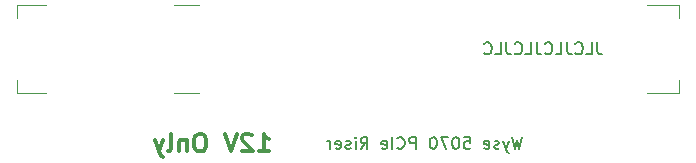
<source format=gbo>
%TF.GenerationSoftware,KiCad,Pcbnew,(6.0.1)*%
%TF.CreationDate,2022-02-11T10:22:36+08:00*%
%TF.ProjectId,Wyse-5070-PCIe-Riser,57797365-2d35-4303-9730-2d504349652d,rev?*%
%TF.SameCoordinates,Original*%
%TF.FileFunction,Legend,Bot*%
%TF.FilePolarity,Positive*%
%FSLAX46Y46*%
G04 Gerber Fmt 4.6, Leading zero omitted, Abs format (unit mm)*
G04 Created by KiCad (PCBNEW (6.0.1)) date 2022-02-11 10:22:36*
%MOMM*%
%LPD*%
G01*
G04 APERTURE LIST*
%ADD10C,0.150000*%
%ADD11C,0.300000*%
%ADD12C,0.120000*%
G04 APERTURE END LIST*
D10*
X176119047Y-132452380D02*
X176119047Y-133166666D01*
X176166666Y-133309523D01*
X176261904Y-133404761D01*
X176404761Y-133452380D01*
X176500000Y-133452380D01*
X175166666Y-133452380D02*
X175642857Y-133452380D01*
X175642857Y-132452380D01*
X174261904Y-133357142D02*
X174309523Y-133404761D01*
X174452380Y-133452380D01*
X174547619Y-133452380D01*
X174690476Y-133404761D01*
X174785714Y-133309523D01*
X174833333Y-133214285D01*
X174880952Y-133023809D01*
X174880952Y-132880952D01*
X174833333Y-132690476D01*
X174785714Y-132595238D01*
X174690476Y-132500000D01*
X174547619Y-132452380D01*
X174452380Y-132452380D01*
X174309523Y-132500000D01*
X174261904Y-132547619D01*
X173547619Y-132452380D02*
X173547619Y-133166666D01*
X173595238Y-133309523D01*
X173690476Y-133404761D01*
X173833333Y-133452380D01*
X173928571Y-133452380D01*
X172595238Y-133452380D02*
X173071428Y-133452380D01*
X173071428Y-132452380D01*
X171690476Y-133357142D02*
X171738095Y-133404761D01*
X171880952Y-133452380D01*
X171976190Y-133452380D01*
X172119047Y-133404761D01*
X172214285Y-133309523D01*
X172261904Y-133214285D01*
X172309523Y-133023809D01*
X172309523Y-132880952D01*
X172261904Y-132690476D01*
X172214285Y-132595238D01*
X172119047Y-132500000D01*
X171976190Y-132452380D01*
X171880952Y-132452380D01*
X171738095Y-132500000D01*
X171690476Y-132547619D01*
X170976190Y-132452380D02*
X170976190Y-133166666D01*
X171023809Y-133309523D01*
X171119047Y-133404761D01*
X171261904Y-133452380D01*
X171357142Y-133452380D01*
X170023809Y-133452380D02*
X170500000Y-133452380D01*
X170500000Y-132452380D01*
X169119047Y-133357142D02*
X169166666Y-133404761D01*
X169309523Y-133452380D01*
X169404761Y-133452380D01*
X169547619Y-133404761D01*
X169642857Y-133309523D01*
X169690476Y-133214285D01*
X169738095Y-133023809D01*
X169738095Y-132880952D01*
X169690476Y-132690476D01*
X169642857Y-132595238D01*
X169547619Y-132500000D01*
X169404761Y-132452380D01*
X169309523Y-132452380D01*
X169166666Y-132500000D01*
X169119047Y-132547619D01*
X168404761Y-132452380D02*
X168404761Y-133166666D01*
X168452380Y-133309523D01*
X168547619Y-133404761D01*
X168690476Y-133452380D01*
X168785714Y-133452380D01*
X167452380Y-133452380D02*
X167928571Y-133452380D01*
X167928571Y-132452380D01*
X166547619Y-133357142D02*
X166595238Y-133404761D01*
X166738095Y-133452380D01*
X166833333Y-133452380D01*
X166976190Y-133404761D01*
X167071428Y-133309523D01*
X167119047Y-133214285D01*
X167166666Y-133023809D01*
X167166666Y-132880952D01*
X167119047Y-132690476D01*
X167071428Y-132595238D01*
X166976190Y-132500000D01*
X166833333Y-132452380D01*
X166738095Y-132452380D01*
X166595238Y-132500000D01*
X166547619Y-132547619D01*
X169738095Y-140452380D02*
X169500000Y-141452380D01*
X169309523Y-140738095D01*
X169119047Y-141452380D01*
X168880952Y-140452380D01*
X168595238Y-140785714D02*
X168357142Y-141452380D01*
X168119047Y-140785714D02*
X168357142Y-141452380D01*
X168452380Y-141690476D01*
X168500000Y-141738095D01*
X168595238Y-141785714D01*
X167785714Y-141404761D02*
X167690476Y-141452380D01*
X167500000Y-141452380D01*
X167404761Y-141404761D01*
X167357142Y-141309523D01*
X167357142Y-141261904D01*
X167404761Y-141166666D01*
X167500000Y-141119047D01*
X167642857Y-141119047D01*
X167738095Y-141071428D01*
X167785714Y-140976190D01*
X167785714Y-140928571D01*
X167738095Y-140833333D01*
X167642857Y-140785714D01*
X167500000Y-140785714D01*
X167404761Y-140833333D01*
X166547619Y-141404761D02*
X166642857Y-141452380D01*
X166833333Y-141452380D01*
X166928571Y-141404761D01*
X166976190Y-141309523D01*
X166976190Y-140928571D01*
X166928571Y-140833333D01*
X166833333Y-140785714D01*
X166642857Y-140785714D01*
X166547619Y-140833333D01*
X166500000Y-140928571D01*
X166500000Y-141023809D01*
X166976190Y-141119047D01*
X164833333Y-140452380D02*
X165309523Y-140452380D01*
X165357142Y-140928571D01*
X165309523Y-140880952D01*
X165214285Y-140833333D01*
X164976190Y-140833333D01*
X164880952Y-140880952D01*
X164833333Y-140928571D01*
X164785714Y-141023809D01*
X164785714Y-141261904D01*
X164833333Y-141357142D01*
X164880952Y-141404761D01*
X164976190Y-141452380D01*
X165214285Y-141452380D01*
X165309523Y-141404761D01*
X165357142Y-141357142D01*
X164166666Y-140452380D02*
X164071428Y-140452380D01*
X163976190Y-140500000D01*
X163928571Y-140547619D01*
X163880952Y-140642857D01*
X163833333Y-140833333D01*
X163833333Y-141071428D01*
X163880952Y-141261904D01*
X163928571Y-141357142D01*
X163976190Y-141404761D01*
X164071428Y-141452380D01*
X164166666Y-141452380D01*
X164261904Y-141404761D01*
X164309523Y-141357142D01*
X164357142Y-141261904D01*
X164404761Y-141071428D01*
X164404761Y-140833333D01*
X164357142Y-140642857D01*
X164309523Y-140547619D01*
X164261904Y-140500000D01*
X164166666Y-140452380D01*
X163500000Y-140452380D02*
X162833333Y-140452380D01*
X163261904Y-141452380D01*
X162261904Y-140452380D02*
X162166666Y-140452380D01*
X162071428Y-140500000D01*
X162023809Y-140547619D01*
X161976190Y-140642857D01*
X161928571Y-140833333D01*
X161928571Y-141071428D01*
X161976190Y-141261904D01*
X162023809Y-141357142D01*
X162071428Y-141404761D01*
X162166666Y-141452380D01*
X162261904Y-141452380D01*
X162357142Y-141404761D01*
X162404761Y-141357142D01*
X162452380Y-141261904D01*
X162500000Y-141071428D01*
X162500000Y-140833333D01*
X162452380Y-140642857D01*
X162404761Y-140547619D01*
X162357142Y-140500000D01*
X162261904Y-140452380D01*
X160738095Y-141452380D02*
X160738095Y-140452380D01*
X160357142Y-140452380D01*
X160261904Y-140500000D01*
X160214285Y-140547619D01*
X160166666Y-140642857D01*
X160166666Y-140785714D01*
X160214285Y-140880952D01*
X160261904Y-140928571D01*
X160357142Y-140976190D01*
X160738095Y-140976190D01*
X159166666Y-141357142D02*
X159214285Y-141404761D01*
X159357142Y-141452380D01*
X159452380Y-141452380D01*
X159595238Y-141404761D01*
X159690476Y-141309523D01*
X159738095Y-141214285D01*
X159785714Y-141023809D01*
X159785714Y-140880952D01*
X159738095Y-140690476D01*
X159690476Y-140595238D01*
X159595238Y-140500000D01*
X159452380Y-140452380D01*
X159357142Y-140452380D01*
X159214285Y-140500000D01*
X159166666Y-140547619D01*
X158738095Y-141452380D02*
X158738095Y-140452380D01*
X157880952Y-141404761D02*
X157976190Y-141452380D01*
X158166666Y-141452380D01*
X158261904Y-141404761D01*
X158309523Y-141309523D01*
X158309523Y-140928571D01*
X158261904Y-140833333D01*
X158166666Y-140785714D01*
X157976190Y-140785714D01*
X157880952Y-140833333D01*
X157833333Y-140928571D01*
X157833333Y-141023809D01*
X158309523Y-141119047D01*
X156071428Y-141452380D02*
X156404761Y-140976190D01*
X156642857Y-141452380D02*
X156642857Y-140452380D01*
X156261904Y-140452380D01*
X156166666Y-140500000D01*
X156119047Y-140547619D01*
X156071428Y-140642857D01*
X156071428Y-140785714D01*
X156119047Y-140880952D01*
X156166666Y-140928571D01*
X156261904Y-140976190D01*
X156642857Y-140976190D01*
X155642857Y-141452380D02*
X155642857Y-140785714D01*
X155642857Y-140452380D02*
X155690476Y-140500000D01*
X155642857Y-140547619D01*
X155595238Y-140500000D01*
X155642857Y-140452380D01*
X155642857Y-140547619D01*
X155214285Y-141404761D02*
X155119047Y-141452380D01*
X154928571Y-141452380D01*
X154833333Y-141404761D01*
X154785714Y-141309523D01*
X154785714Y-141261904D01*
X154833333Y-141166666D01*
X154928571Y-141119047D01*
X155071428Y-141119047D01*
X155166666Y-141071428D01*
X155214285Y-140976190D01*
X155214285Y-140928571D01*
X155166666Y-140833333D01*
X155071428Y-140785714D01*
X154928571Y-140785714D01*
X154833333Y-140833333D01*
X153976190Y-141404761D02*
X154071428Y-141452380D01*
X154261904Y-141452380D01*
X154357142Y-141404761D01*
X154404761Y-141309523D01*
X154404761Y-140928571D01*
X154357142Y-140833333D01*
X154261904Y-140785714D01*
X154071428Y-140785714D01*
X153976190Y-140833333D01*
X153928571Y-140928571D01*
X153928571Y-141023809D01*
X154404761Y-141119047D01*
X153500000Y-141452380D02*
X153500000Y-140785714D01*
X153500000Y-140976190D02*
X153452380Y-140880952D01*
X153404761Y-140833333D01*
X153309523Y-140785714D01*
X153214285Y-140785714D01*
D11*
X147428571Y-141678571D02*
X148285714Y-141678571D01*
X147857142Y-141678571D02*
X147857142Y-140178571D01*
X148000000Y-140392857D01*
X148142857Y-140535714D01*
X148285714Y-140607142D01*
X146857142Y-140321428D02*
X146785714Y-140250000D01*
X146642857Y-140178571D01*
X146285714Y-140178571D01*
X146142857Y-140250000D01*
X146071428Y-140321428D01*
X146000000Y-140464285D01*
X146000000Y-140607142D01*
X146071428Y-140821428D01*
X146928571Y-141678571D01*
X146000000Y-141678571D01*
X145571428Y-140178571D02*
X145071428Y-141678571D01*
X144571428Y-140178571D01*
X142642857Y-140178571D02*
X142357142Y-140178571D01*
X142214285Y-140250000D01*
X142071428Y-140392857D01*
X142000000Y-140678571D01*
X142000000Y-141178571D01*
X142071428Y-141464285D01*
X142214285Y-141607142D01*
X142357142Y-141678571D01*
X142642857Y-141678571D01*
X142785714Y-141607142D01*
X142928571Y-141464285D01*
X143000000Y-141178571D01*
X143000000Y-140678571D01*
X142928571Y-140392857D01*
X142785714Y-140250000D01*
X142642857Y-140178571D01*
X141357142Y-140678571D02*
X141357142Y-141678571D01*
X141357142Y-140821428D02*
X141285714Y-140750000D01*
X141142857Y-140678571D01*
X140928571Y-140678571D01*
X140785714Y-140750000D01*
X140714285Y-140892857D01*
X140714285Y-141678571D01*
X139785714Y-141678571D02*
X139928571Y-141607142D01*
X140000000Y-141464285D01*
X140000000Y-140178571D01*
X139357142Y-140678571D02*
X139000000Y-141678571D01*
X138642857Y-140678571D02*
X139000000Y-141678571D01*
X139142857Y-142035714D01*
X139214285Y-142107142D01*
X139357142Y-142178571D01*
D12*
%TO.C,J2*%
X127000000Y-136750000D02*
X129400000Y-136750000D01*
X127000000Y-129250000D02*
X129400000Y-129250000D01*
X127000000Y-130400000D02*
X127000000Y-129250000D01*
X140300000Y-129250000D02*
X142400000Y-129250000D01*
X127000000Y-136750000D02*
X127000000Y-135600000D01*
X180300000Y-136750000D02*
X183000000Y-136750000D01*
X183000000Y-136750000D02*
X183000000Y-135600000D01*
X140300000Y-136750000D02*
X142400000Y-136750000D01*
X183000000Y-130400000D02*
X183000000Y-129250000D01*
X180300000Y-129250000D02*
X183000000Y-129250000D01*
%TD*%
M02*

</source>
